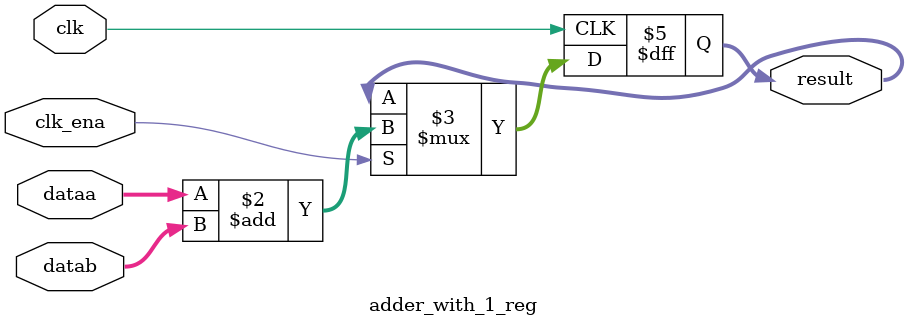
<source format=v>
module adder_with_1_reg (
	clk,
	clk_ena,
	dataa,
	datab,
	result);
	input	  clk;
	input	  clk_ena;
	input	[17:0]  dataa;
	input	[17:0]  datab;
	output	[17:0]  result;
	reg     [17:0]  result;
	always @(posedge clk) begin
		if(clk_ena) begin
			result <= dataa + datab;
		end
	end
endmodule
</source>
